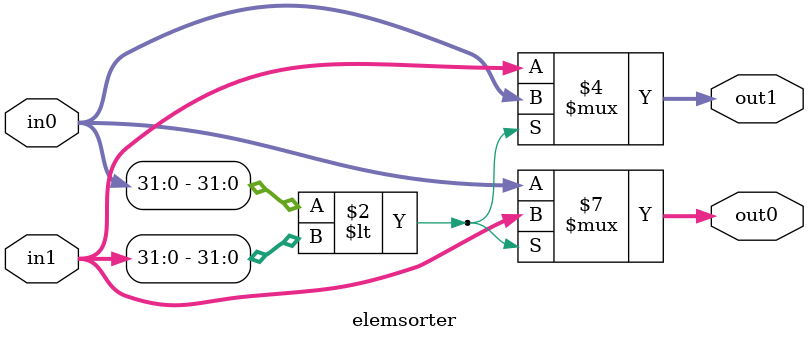
<source format=v>
`timescale 1ns / 1ps


module elemsorter
    #(parameter DATA_WIDTH = 31)
    (
    input [DATA_WIDTH+6:0] in0,
    input [DATA_WIDTH+6:0] in1,
    output reg [DATA_WIDTH+6:0] out0,
    output reg [DATA_WIDTH+6:0] out1
    );
    
    always @(in0, in1) begin 
        if (in0[31:0] < in1[31:0]) begin
            out0 = in1;
            out1 = in0;
        end
        else begin 
            out0 = in0;
            out1 = in1;
        end
    end
endmodule

</source>
